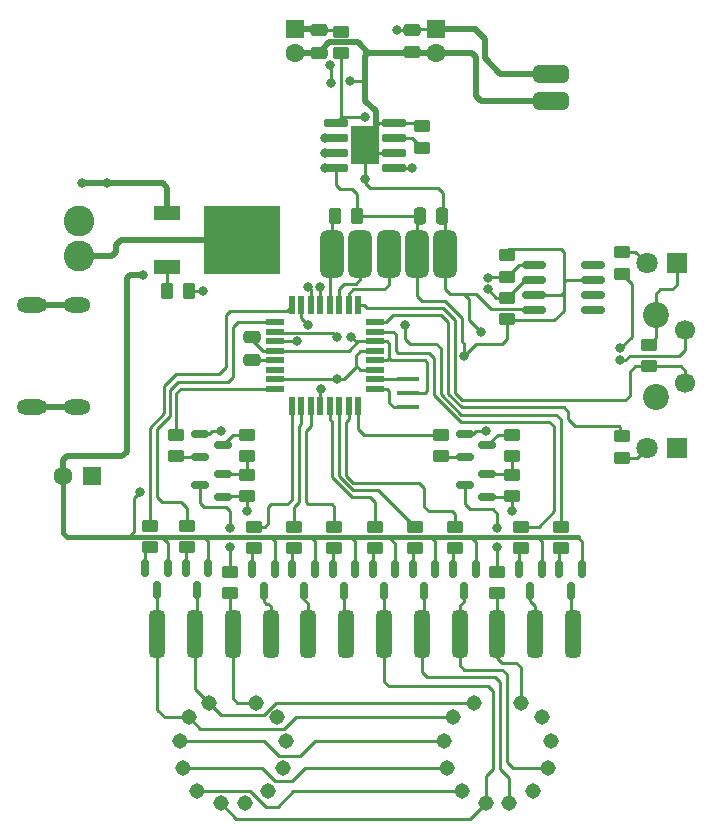
<source format=gbr>
G04 #@! TF.GenerationSoftware,KiCad,Pcbnew,6.0.8-f2edbf62ab~116~ubuntu20.04.1*
G04 #@! TF.CreationDate,2022-10-17T13:25:48+07:00*
G04 #@! TF.ProjectId,IN-8,494e2d38-2e6b-4696-9361-645f70636258,rev?*
G04 #@! TF.SameCoordinates,Original*
G04 #@! TF.FileFunction,Copper,L2,Bot*
G04 #@! TF.FilePolarity,Positive*
%FSLAX46Y46*%
G04 Gerber Fmt 4.6, Leading zero omitted, Abs format (unit mm)*
G04 Created by KiCad (PCBNEW 6.0.8-f2edbf62ab~116~ubuntu20.04.1) date 2022-10-17 13:25:48*
%MOMM*%
%LPD*%
G01*
G04 APERTURE LIST*
G04 Aperture macros list*
%AMRoundRect*
0 Rectangle with rounded corners*
0 $1 Rounding radius*
0 $2 $3 $4 $5 $6 $7 $8 $9 X,Y pos of 4 corners*
0 Add a 4 corners polygon primitive as box body*
4,1,4,$2,$3,$4,$5,$6,$7,$8,$9,$2,$3,0*
0 Add four circle primitives for the rounded corners*
1,1,$1+$1,$2,$3*
1,1,$1+$1,$4,$5*
1,1,$1+$1,$6,$7*
1,1,$1+$1,$8,$9*
0 Add four rect primitives between the rounded corners*
20,1,$1+$1,$2,$3,$4,$5,0*
20,1,$1+$1,$4,$5,$6,$7,0*
20,1,$1+$1,$6,$7,$8,$9,0*
20,1,$1+$1,$8,$9,$2,$3,0*%
G04 Aperture macros list end*
G04 #@! TA.AperFunction,ComponentPad*
%ADD10RoundRect,0.325000X-0.325000X-1.675000X0.325000X-1.675000X0.325000X1.675000X-0.325000X1.675000X0*%
G04 #@! TD*
G04 #@! TA.AperFunction,ComponentPad*
%ADD11R,1.600000X1.600000*%
G04 #@! TD*
G04 #@! TA.AperFunction,ComponentPad*
%ADD12C,1.600000*%
G04 #@! TD*
G04 #@! TA.AperFunction,ComponentPad*
%ADD13R,1.800000X1.800000*%
G04 #@! TD*
G04 #@! TA.AperFunction,ComponentPad*
%ADD14C,1.800000*%
G04 #@! TD*
G04 #@! TA.AperFunction,ComponentPad*
%ADD15O,2.300000X1.300000*%
G04 #@! TD*
G04 #@! TA.AperFunction,ComponentPad*
%ADD16O,2.600000X1.300000*%
G04 #@! TD*
G04 #@! TA.AperFunction,ComponentPad*
%ADD17C,1.308000*%
G04 #@! TD*
G04 #@! TA.AperFunction,ComponentPad*
%ADD18C,2.600000*%
G04 #@! TD*
G04 #@! TA.AperFunction,ComponentPad*
%ADD19C,2.200000*%
G04 #@! TD*
G04 #@! TA.AperFunction,ComponentPad*
%ADD20C,1.700000*%
G04 #@! TD*
G04 #@! TA.AperFunction,ComponentPad*
%ADD21RoundRect,0.375000X-1.125000X0.375000X-1.125000X-0.375000X1.125000X-0.375000X1.125000X0.375000X0*%
G04 #@! TD*
G04 #@! TA.AperFunction,SMDPad,CuDef*
%ADD22RoundRect,0.250000X-0.450000X0.262500X-0.450000X-0.262500X0.450000X-0.262500X0.450000X0.262500X0*%
G04 #@! TD*
G04 #@! TA.AperFunction,SMDPad,CuDef*
%ADD23RoundRect,0.250000X0.450000X-0.262500X0.450000X0.262500X-0.450000X0.262500X-0.450000X-0.262500X0*%
G04 #@! TD*
G04 #@! TA.AperFunction,SMDPad,CuDef*
%ADD24RoundRect,0.500000X0.500000X1.500000X-0.500000X1.500000X-0.500000X-1.500000X0.500000X-1.500000X0*%
G04 #@! TD*
G04 #@! TA.AperFunction,SMDPad,CuDef*
%ADD25RoundRect,0.150000X-0.150000X0.587500X-0.150000X-0.587500X0.150000X-0.587500X0.150000X0.587500X0*%
G04 #@! TD*
G04 #@! TA.AperFunction,SMDPad,CuDef*
%ADD26RoundRect,0.150000X0.587500X0.150000X-0.587500X0.150000X-0.587500X-0.150000X0.587500X-0.150000X0*%
G04 #@! TD*
G04 #@! TA.AperFunction,SMDPad,CuDef*
%ADD27RoundRect,0.250000X0.262500X0.450000X-0.262500X0.450000X-0.262500X-0.450000X0.262500X-0.450000X0*%
G04 #@! TD*
G04 #@! TA.AperFunction,SMDPad,CuDef*
%ADD28RoundRect,0.150000X-0.587500X-0.150000X0.587500X-0.150000X0.587500X0.150000X-0.587500X0.150000X0*%
G04 #@! TD*
G04 #@! TA.AperFunction,SMDPad,CuDef*
%ADD29RoundRect,0.250000X-0.475000X0.250000X-0.475000X-0.250000X0.475000X-0.250000X0.475000X0.250000X0*%
G04 #@! TD*
G04 #@! TA.AperFunction,SMDPad,CuDef*
%ADD30RoundRect,0.250000X-0.250000X-0.475000X0.250000X-0.475000X0.250000X0.475000X-0.250000X0.475000X0*%
G04 #@! TD*
G04 #@! TA.AperFunction,SMDPad,CuDef*
%ADD31RoundRect,0.150000X0.825000X0.150000X-0.825000X0.150000X-0.825000X-0.150000X0.825000X-0.150000X0*%
G04 #@! TD*
G04 #@! TA.AperFunction,SMDPad,CuDef*
%ADD32R,2.200000X1.200000*%
G04 #@! TD*
G04 #@! TA.AperFunction,SMDPad,CuDef*
%ADD33R,6.400000X5.800000*%
G04 #@! TD*
G04 #@! TA.AperFunction,SMDPad,CuDef*
%ADD34R,1.600000X0.550000*%
G04 #@! TD*
G04 #@! TA.AperFunction,SMDPad,CuDef*
%ADD35R,0.550000X1.600000*%
G04 #@! TD*
G04 #@! TA.AperFunction,SMDPad,CuDef*
%ADD36RoundRect,0.042000X0.943000X0.258000X-0.943000X0.258000X-0.943000X-0.258000X0.943000X-0.258000X0*%
G04 #@! TD*
G04 #@! TA.AperFunction,SMDPad,CuDef*
%ADD37R,2.413000X3.302000*%
G04 #@! TD*
G04 #@! TA.AperFunction,SMDPad,CuDef*
%ADD38R,1.900000X0.400000*%
G04 #@! TD*
G04 #@! TA.AperFunction,ViaPad*
%ADD39C,0.800000*%
G04 #@! TD*
G04 #@! TA.AperFunction,Conductor*
%ADD40C,0.250000*%
G04 #@! TD*
G04 #@! TA.AperFunction,Conductor*
%ADD41C,0.500000*%
G04 #@! TD*
G04 #@! TA.AperFunction,Conductor*
%ADD42C,0.400000*%
G04 #@! TD*
G04 APERTURE END LIST*
D10*
X171060500Y-70480500D03*
D11*
X153917250Y-19273388D03*
D12*
X153917250Y-21273388D03*
D10*
X148660500Y-70480500D03*
X155060500Y-70480500D03*
X151860500Y-70480500D03*
D13*
X186260500Y-54680500D03*
D14*
X183720500Y-54680500D03*
D10*
X158260500Y-70480500D03*
X164660500Y-70480500D03*
X142260500Y-70480500D03*
X145460500Y-70480500D03*
X161460500Y-70480500D03*
D15*
X135511250Y-42560500D03*
D16*
X131686250Y-51200500D03*
X131686250Y-42560500D03*
D15*
X135511250Y-51200500D03*
D11*
X165855250Y-19273388D03*
D12*
X165855250Y-21273388D03*
D11*
X136772250Y-57058500D03*
D12*
X134272250Y-57058500D03*
D17*
X174060500Y-83777764D03*
X174810500Y-77527764D03*
X169060500Y-76277764D03*
X167310500Y-77527764D03*
X166560500Y-79527764D03*
X166810500Y-81777764D03*
X168060500Y-83777764D03*
X170060500Y-84777764D03*
X172060500Y-84777764D03*
X175310500Y-81777764D03*
X175560500Y-79527764D03*
X173060500Y-76277764D03*
D10*
X174260500Y-70480500D03*
D18*
X135629250Y-35468500D03*
X135629250Y-38468500D03*
D19*
X184460500Y-50430500D03*
X184460500Y-43430500D03*
D20*
X186960500Y-44680500D03*
X186960500Y-49180500D03*
D13*
X186260500Y-39080500D03*
D14*
X183720500Y-39080500D03*
D21*
X175634250Y-23022500D03*
D17*
X151660500Y-83777764D03*
X152410500Y-77527764D03*
X146660500Y-76277764D03*
X144910500Y-77527764D03*
X144160500Y-79527764D03*
X144410500Y-81777764D03*
X145660500Y-83777764D03*
X147660500Y-84777764D03*
X149660500Y-84777764D03*
X152910500Y-81777764D03*
X153160500Y-79527764D03*
X150660500Y-76277764D03*
D21*
X175634250Y-25308500D03*
D10*
X177460500Y-70480500D03*
X167860500Y-70480500D03*
D22*
X172260500Y-53568000D03*
X172260500Y-55393000D03*
D23*
X171060500Y-66993000D03*
X171060500Y-65168000D03*
D24*
X164260500Y-38280500D03*
D22*
X181603250Y-38112000D03*
X181603250Y-39937000D03*
X157260500Y-61368000D03*
X157260500Y-63193000D03*
D24*
X159460500Y-38280500D03*
D22*
X173060500Y-61368000D03*
X173060500Y-63193000D03*
D25*
X153710500Y-64943000D03*
X155610500Y-64943000D03*
X154660500Y-66818000D03*
D26*
X170198000Y-56930500D03*
X170198000Y-58830500D03*
X168323000Y-57880500D03*
D25*
X157110500Y-64943000D03*
X159010500Y-64943000D03*
X158060500Y-66818000D03*
D22*
X167460500Y-61368000D03*
X167460500Y-63193000D03*
D26*
X147798000Y-56930500D03*
X147798000Y-58830500D03*
X145923000Y-57880500D03*
D25*
X141260500Y-64880500D03*
X143160500Y-64880500D03*
X142210500Y-66755500D03*
D27*
X159173000Y-35080500D03*
X157348000Y-35080500D03*
D28*
X168323000Y-55430500D03*
X168323000Y-53530500D03*
X170198000Y-54480500D03*
D22*
X164060500Y-61368000D03*
X164060500Y-63193000D03*
D25*
X167310500Y-64943000D03*
X169210500Y-64943000D03*
X168260500Y-66818000D03*
X176310500Y-64943000D03*
X178210500Y-64943000D03*
X177260500Y-66818000D03*
D22*
X144810500Y-61305500D03*
X144810500Y-63130500D03*
D23*
X181603250Y-55558000D03*
X181603250Y-53733000D03*
D25*
X172910500Y-64943000D03*
X174810500Y-64943000D03*
X173860500Y-66818000D03*
D22*
X143860500Y-53568000D03*
X143860500Y-55393000D03*
D25*
X160510500Y-64943000D03*
X162410500Y-64943000D03*
X161460500Y-66818000D03*
D27*
X144923750Y-41437500D03*
X143098750Y-41437500D03*
D23*
X157854250Y-21291500D03*
X157854250Y-19466500D03*
D24*
X166660500Y-38280500D03*
D22*
X149860500Y-53568000D03*
X149860500Y-55393000D03*
D29*
X150260500Y-45330500D03*
X150260500Y-47230500D03*
D23*
X171860500Y-40193000D03*
X171860500Y-38368000D03*
D30*
X164510500Y-35080500D03*
X166410500Y-35080500D03*
D22*
X171860500Y-41968000D03*
X171860500Y-43793000D03*
D25*
X163910500Y-64943000D03*
X165810500Y-64943000D03*
X164860500Y-66818000D03*
D22*
X176460500Y-61368000D03*
X176460500Y-63193000D03*
D31*
X179135500Y-39175500D03*
X179135500Y-40445500D03*
X179135500Y-41715500D03*
X179135500Y-42985500D03*
X174185500Y-42985500D03*
X174185500Y-41715500D03*
X174185500Y-40445500D03*
X174185500Y-39175500D03*
D22*
X183860500Y-45968000D03*
X183860500Y-47793000D03*
X172260500Y-56968000D03*
X172260500Y-58793000D03*
D32*
X143113250Y-39399500D03*
D33*
X149413250Y-37119500D03*
D32*
X143113250Y-34839500D03*
D22*
X153860500Y-61368000D03*
X153860500Y-63193000D03*
D23*
X148460500Y-66993000D03*
X148460500Y-65168000D03*
D28*
X145923000Y-55430500D03*
X145923000Y-53530500D03*
X147798000Y-54480500D03*
D34*
X160712000Y-44080500D03*
X160712000Y-44880500D03*
X160712000Y-45680500D03*
X160712000Y-46480500D03*
X160712000Y-47280500D03*
X160712000Y-48080500D03*
X160712000Y-48880500D03*
X160712000Y-49680500D03*
D35*
X159262000Y-51130500D03*
X158462000Y-51130500D03*
X157662000Y-51130500D03*
X156862000Y-51130500D03*
X156062000Y-51130500D03*
X155262000Y-51130500D03*
X154462000Y-51130500D03*
X153662000Y-51130500D03*
D34*
X152212000Y-49680500D03*
X152212000Y-48880500D03*
X152212000Y-48080500D03*
X152212000Y-47280500D03*
X152212000Y-46480500D03*
X152212000Y-45680500D03*
X152212000Y-44880500D03*
X152212000Y-44080500D03*
D35*
X153662000Y-42630500D03*
X154462000Y-42630500D03*
X155262000Y-42630500D03*
X156062000Y-42630500D03*
X156862000Y-42630500D03*
X157662000Y-42630500D03*
X158462000Y-42630500D03*
X159262000Y-42630500D03*
D24*
X157060500Y-38280500D03*
D36*
X162335500Y-27175500D03*
X162335500Y-28445500D03*
X162335500Y-29715500D03*
X162335500Y-30985500D03*
X157385500Y-30985500D03*
X157385500Y-29715500D03*
X157385500Y-28445500D03*
X157385500Y-27175500D03*
D37*
X159860500Y-29080500D03*
D38*
X163495452Y-51280500D03*
X163495452Y-50080500D03*
X163495452Y-48880500D03*
D22*
X150460500Y-61368000D03*
X150460500Y-63193000D03*
X149860500Y-56968000D03*
X149860500Y-58793000D03*
D29*
X163823250Y-19278500D03*
X163823250Y-21178500D03*
D22*
X160660500Y-61368000D03*
X160660500Y-63193000D03*
X166260500Y-53568000D03*
X166260500Y-55393000D03*
X164660500Y-27480500D03*
X164660500Y-29305500D03*
D25*
X150310500Y-64943000D03*
X152210500Y-64943000D03*
X151260500Y-66818000D03*
D29*
X155949250Y-19344500D03*
X155949250Y-21244500D03*
D22*
X141610500Y-61305500D03*
X141610500Y-63130500D03*
D25*
X144660500Y-64880500D03*
X146560500Y-64880500D03*
X145610500Y-66755500D03*
D24*
X161860500Y-38280500D03*
D39*
X146170250Y-41437500D03*
X156088424Y-49717627D03*
X154060500Y-45680500D03*
X163860500Y-30980500D03*
X159835255Y-26681146D03*
X140836250Y-58455500D03*
X147660500Y-53280500D03*
X158660500Y-45280500D03*
X141090250Y-40040500D03*
X158578750Y-23657500D03*
X169660500Y-44880500D03*
X159886250Y-31912500D03*
X170060500Y-53280500D03*
X135883250Y-32293500D03*
X138042250Y-32293500D03*
X155060500Y-44280500D03*
X163260500Y-44280500D03*
X181460500Y-47280500D03*
X157460500Y-48880500D03*
X156918760Y-22251101D03*
X168260500Y-46880500D03*
X156457250Y-31023500D03*
X156965250Y-23781000D03*
X162553250Y-19339500D03*
X149860500Y-60080500D03*
X172260500Y-60080500D03*
X148460500Y-63080500D03*
X148460500Y-61480500D03*
X171060500Y-61480500D03*
X171060500Y-63080500D03*
X170260500Y-40280500D03*
X156060500Y-41080500D03*
X155060500Y-41080500D03*
X170260500Y-41280500D03*
X156457250Y-29753500D03*
X156457250Y-28483500D03*
X181460500Y-46280500D03*
X157460500Y-45280500D03*
D40*
X173860500Y-70080500D02*
X174260500Y-70480500D01*
X174260500Y-68080500D02*
X174260500Y-70480500D01*
X173860500Y-66818000D02*
X173860500Y-67680500D01*
X173860500Y-67680500D02*
X174260500Y-68080500D01*
X151273248Y-77280500D02*
X152275984Y-76277764D01*
X147663236Y-77280500D02*
X151273248Y-77280500D01*
X146660500Y-76277764D02*
X147663236Y-77280500D01*
X146660500Y-76277764D02*
X145460500Y-75077764D01*
X152275984Y-76277764D02*
X169060500Y-76277764D01*
X145610500Y-70330500D02*
X145460500Y-70480500D01*
X145460500Y-75077764D02*
X145460500Y-70480500D01*
X145610500Y-66755500D02*
X145610500Y-70330500D01*
X145660500Y-70280500D02*
X145460500Y-70480500D01*
X142907764Y-77527764D02*
X142260500Y-76880500D01*
X154013236Y-77527764D02*
X153034236Y-78506764D01*
X142260500Y-76880500D02*
X142260500Y-70480500D01*
X144910500Y-77527764D02*
X142907764Y-77527764D01*
X144910500Y-77527764D02*
X145889500Y-78506764D01*
X167310500Y-77527764D02*
X154013236Y-77527764D01*
X145889500Y-78506764D02*
X153034236Y-78506764D01*
X142210500Y-70430500D02*
X142260500Y-70480500D01*
X142210500Y-66755500D02*
X142210500Y-70430500D01*
X151307764Y-79527764D02*
X152578764Y-80798764D01*
X151260500Y-66818000D02*
X151260500Y-67680500D01*
X151660500Y-67880500D02*
X151860500Y-68080500D01*
X152578764Y-80798764D02*
X154342236Y-80798764D01*
X151860500Y-68080500D02*
X151860500Y-70480500D01*
X166560500Y-79527764D02*
X155613236Y-79527764D01*
X155613236Y-79527764D02*
X154342236Y-80798764D01*
X151460500Y-67880500D02*
X151660500Y-67880500D01*
X144160500Y-79527764D02*
X151307764Y-79527764D01*
X151260500Y-67680500D02*
X151460500Y-67880500D01*
X154660500Y-67480500D02*
X155060500Y-67880500D01*
X144410500Y-81777764D02*
X151157764Y-81777764D01*
X154660500Y-66818000D02*
X154660500Y-67480500D01*
X152260500Y-82880500D02*
X153660500Y-82880500D01*
X154763236Y-81777764D02*
X153660500Y-82880500D01*
X166810500Y-81777764D02*
X154763236Y-81777764D01*
X151157764Y-81777764D02*
X152260500Y-82880500D01*
X155060500Y-67880500D02*
X155060500Y-70480500D01*
X154660500Y-70080500D02*
X155060500Y-70480500D01*
X158060500Y-66818000D02*
X158060500Y-70280500D01*
X145660500Y-83777764D02*
X150157764Y-83777764D01*
X150157764Y-83777764D02*
X151460500Y-85080500D01*
X153763236Y-83777764D02*
X152460500Y-85080500D01*
X158060500Y-70280500D02*
X158260500Y-70480500D01*
X168060500Y-83777764D02*
X153763236Y-83777764D01*
X151460500Y-85080500D02*
X152460500Y-85080500D01*
X161460500Y-66818000D02*
X161460500Y-70480500D01*
X170660500Y-75280500D02*
X170260500Y-74880500D01*
X161460500Y-74480500D02*
X161460500Y-70480500D01*
X148963236Y-86080500D02*
X168757764Y-86080500D01*
X168757764Y-86080500D02*
X170060500Y-84777764D01*
X170660500Y-81880500D02*
X170660500Y-75280500D01*
X170060500Y-82480500D02*
X170660500Y-81880500D01*
X170060500Y-84777764D02*
X170060500Y-82480500D01*
X161860500Y-74880500D02*
X161460500Y-74480500D01*
X147660500Y-84777764D02*
X148963236Y-86080500D01*
X170260500Y-74880500D02*
X161860500Y-74880500D01*
X172060500Y-84777764D02*
X172060500Y-82680500D01*
X164860500Y-70280500D02*
X164660500Y-70480500D01*
X165060500Y-74080500D02*
X164660500Y-73680500D01*
X164660500Y-73680500D02*
X164660500Y-70480500D01*
X171260500Y-81880500D02*
X171260500Y-74480500D01*
X171260500Y-74480500D02*
X170860500Y-74080500D01*
X172060500Y-82680500D02*
X171260500Y-81880500D01*
X164860500Y-66818000D02*
X164860500Y-70280500D01*
X170860500Y-74080500D02*
X165060500Y-74080500D01*
X172357764Y-81777764D02*
X171860500Y-81280500D01*
X168260500Y-73480500D02*
X167860500Y-73080500D01*
X168260500Y-66818000D02*
X168260500Y-67680500D01*
X171460500Y-73480500D02*
X168260500Y-73480500D01*
X171860500Y-81280500D02*
X171860500Y-73880500D01*
X167860500Y-73080500D02*
X167860500Y-70480500D01*
X167860500Y-68080500D02*
X167860500Y-70480500D01*
X171860500Y-73880500D02*
X171460500Y-73480500D01*
X175310500Y-81777764D02*
X172357764Y-81777764D01*
X168260500Y-67680500D02*
X167860500Y-68080500D01*
X177260500Y-70280500D02*
X177460500Y-70480500D01*
X177260500Y-66818000D02*
X177260500Y-70280500D01*
X148460500Y-70280500D02*
X148660500Y-70480500D01*
X149057764Y-76277764D02*
X148660500Y-75880500D01*
X150660500Y-76277764D02*
X149057764Y-76277764D01*
X148660500Y-75880500D02*
X148660500Y-70480500D01*
X148460500Y-66993000D02*
X148460500Y-70280500D01*
X172660500Y-72880500D02*
X173060500Y-73280500D01*
X171260500Y-70280500D02*
X171060500Y-70480500D01*
X171060500Y-72480500D02*
X171460500Y-72880500D01*
X173060500Y-73280500D02*
X173060500Y-76277764D01*
X171060500Y-70480500D02*
X171060500Y-72480500D01*
X171460500Y-72880500D02*
X172660500Y-72880500D01*
X171060500Y-66993000D02*
X171060500Y-70480500D01*
X152212000Y-47280500D02*
X150110500Y-47280500D01*
X150110500Y-47280500D02*
X150060500Y-47230500D01*
X155949250Y-19344500D02*
X157732250Y-19344500D01*
D41*
X153917250Y-19273388D02*
X155878138Y-19273388D01*
D40*
X155878138Y-19273388D02*
X155949250Y-19344500D01*
X157732250Y-19344500D02*
X157854250Y-19466500D01*
X181603250Y-55558000D02*
X182843000Y-55558000D01*
X182843000Y-55558000D02*
X183720500Y-54680500D01*
X181603250Y-38112000D02*
X182752000Y-38112000D01*
X182752000Y-38112000D02*
X183720500Y-39080500D01*
D41*
X135629250Y-38468500D02*
X138423250Y-38468500D01*
X138804250Y-37500500D02*
X139185250Y-37119500D01*
X138804250Y-38087500D02*
X138804250Y-37500500D01*
X139185250Y-37119500D02*
X149413250Y-37119500D01*
X138423250Y-38468500D02*
X138804250Y-38087500D01*
D40*
X143098750Y-39414000D02*
X143113250Y-39399500D01*
X143098750Y-41437500D02*
X143098750Y-39414000D01*
X144923750Y-41437500D02*
X146170250Y-41437500D01*
X156062000Y-49744051D02*
X156088424Y-49717627D01*
X156062000Y-51130500D02*
X156062000Y-49744051D01*
X152212000Y-45680500D02*
X154060500Y-45680500D01*
X163800500Y-28445500D02*
X164660500Y-29305500D01*
X162335500Y-28445500D02*
X163800500Y-28445500D01*
X156862000Y-42630500D02*
X156862000Y-38479000D01*
X156862000Y-38479000D02*
X157060500Y-38280500D01*
X157060500Y-38280500D02*
X157060500Y-35368000D01*
X157060500Y-35368000D02*
X157348000Y-35080500D01*
X157879854Y-26681146D02*
X157385500Y-27175500D01*
X157854250Y-21291500D02*
X157854250Y-26655542D01*
X159835255Y-26681146D02*
X157879854Y-26681146D01*
X157385500Y-27175500D02*
X158265500Y-27175500D01*
X162340500Y-30980500D02*
X162335500Y-30985500D01*
X157854250Y-26655542D02*
X157879854Y-26681146D01*
X163860500Y-30980500D02*
X162340500Y-30980500D01*
X156749250Y-27175500D02*
X157385500Y-27175500D01*
X144660500Y-63280500D02*
X144810500Y-63130500D01*
X144660500Y-64880500D02*
X144660500Y-63280500D01*
X160260500Y-32680500D02*
X166060500Y-32680500D01*
X155610500Y-62630500D02*
X155260500Y-62280500D01*
X162410500Y-62830500D02*
X161860500Y-62280500D01*
X159886250Y-23276500D02*
X159886250Y-23403500D01*
X143160500Y-62780500D02*
X142660500Y-62280500D01*
D41*
X139312250Y-55407500D02*
X139693250Y-55026500D01*
D40*
X174185500Y-42985500D02*
X174155500Y-42955500D01*
X174810500Y-64943000D02*
X174810500Y-62630500D01*
D41*
X134272250Y-55748500D02*
X134613250Y-55407500D01*
X160775250Y-26197500D02*
X160775250Y-27467500D01*
D40*
X168260500Y-41680500D02*
X169260500Y-41680500D01*
X159010500Y-64943000D02*
X159010500Y-62630500D01*
X163823250Y-21178500D02*
X163757250Y-21244500D01*
D41*
X131686250Y-42560500D02*
X135511250Y-42560500D01*
D40*
X163495452Y-50080500D02*
X164895452Y-50080500D01*
X163918138Y-21273388D02*
X163823250Y-21178500D01*
X159262000Y-45680500D02*
X160712000Y-45680500D01*
X159632250Y-23657500D02*
X159886250Y-23403500D01*
D42*
X134272250Y-61924500D02*
X134587850Y-62240100D01*
D40*
X155920362Y-21273388D02*
X155949250Y-21244500D01*
X161695452Y-45680500D02*
X161895452Y-45880500D01*
D41*
X153917250Y-21273388D02*
X155920362Y-21273388D01*
D40*
X178210500Y-62630500D02*
X178210500Y-64943000D01*
X177860500Y-62280500D02*
X178210500Y-62630500D01*
D41*
X156838250Y-20355500D02*
X159251250Y-20355500D01*
D40*
X161895452Y-45880500D02*
X161895452Y-47080500D01*
X152210500Y-64943000D02*
X152210500Y-62630500D01*
X160712000Y-45680500D02*
X161695452Y-45680500D01*
X164895452Y-50080500D02*
X165095452Y-49880500D01*
D41*
X139947250Y-40040500D02*
X141090250Y-40040500D01*
D40*
X159860500Y-27680500D02*
X159860500Y-29080500D01*
X161695452Y-47280500D02*
X161895452Y-47080500D01*
X168323000Y-53530500D02*
X169010500Y-53530500D01*
D41*
X169284250Y-21625500D02*
X168932138Y-21273388D01*
D40*
X160712000Y-47280500D02*
X161695452Y-47280500D01*
X159886250Y-31912500D02*
X159860500Y-31938250D01*
D41*
X159251250Y-20355500D02*
X160140250Y-21244500D01*
D40*
X169210500Y-62630500D02*
X168860500Y-62280500D01*
D41*
X160775250Y-27467500D02*
X160775250Y-28165750D01*
D40*
X152330500Y-46482000D02*
X158460500Y-46482000D01*
X160695500Y-29715500D02*
X160660500Y-29680500D01*
X155610500Y-64943000D02*
X155610500Y-62630500D01*
X186260500Y-39080500D02*
X186260500Y-40880500D01*
X166460500Y-35030500D02*
X166410500Y-35080500D01*
X146560500Y-62580500D02*
X146260500Y-62280500D01*
D41*
X163757250Y-21244500D02*
X160140250Y-21244500D01*
D40*
X166060500Y-32680500D02*
X166460500Y-33080500D01*
D41*
X168932138Y-21273388D02*
X165855250Y-21273388D01*
D40*
X165810500Y-62630500D02*
X165460500Y-62280500D01*
D41*
X134613250Y-55407500D02*
X139312250Y-55407500D01*
X135883250Y-32293500D02*
X142741250Y-32293500D01*
D40*
X166660500Y-38280500D02*
X166660500Y-35330500D01*
X185860500Y-41280500D02*
X184860500Y-41280500D01*
D41*
X159886250Y-23403500D02*
X159886250Y-25308500D01*
D40*
X165810500Y-64943000D02*
X165810500Y-62630500D01*
X159860500Y-32280500D02*
X160260500Y-32680500D01*
D41*
X139693250Y-40294500D02*
X139947250Y-40040500D01*
D42*
X134272250Y-57058500D02*
X134272250Y-61924500D01*
D41*
X165855250Y-21273388D02*
X163918138Y-21273388D01*
D42*
X139845650Y-62240100D02*
X177874250Y-62240100D01*
D40*
X162096952Y-47282000D02*
X161895452Y-47080500D01*
X184860500Y-41280500D02*
X184460500Y-41680500D01*
X166660500Y-38280500D02*
X166660500Y-41280500D01*
X162335500Y-29715500D02*
X160695500Y-29715500D01*
X159060500Y-45680500D02*
X158660500Y-45280500D01*
X168260500Y-41680500D02*
X168660500Y-42080500D01*
X165095452Y-47483500D02*
X164893952Y-47282000D01*
X159860500Y-31886750D02*
X159860500Y-29080500D01*
X174155500Y-42955500D02*
X170535500Y-42955500D01*
X168660500Y-43880500D02*
X169660500Y-44880500D01*
X166660500Y-35330500D02*
X166410500Y-35080500D01*
X151210500Y-46480500D02*
X150060500Y-45330500D01*
X152212000Y-46480500D02*
X151210500Y-46480500D01*
X152210500Y-62630500D02*
X151860500Y-62280500D01*
X169660500Y-42080500D02*
X169260500Y-41680500D01*
X164893952Y-47282000D02*
X162096952Y-47282000D01*
X145923000Y-53530500D02*
X146610500Y-53530500D01*
X146560500Y-64880500D02*
X146560500Y-62580500D01*
X169210500Y-64943000D02*
X169210500Y-62630500D01*
X159886250Y-31912500D02*
X159860500Y-31886750D01*
D41*
X159886250Y-21498500D02*
X159886250Y-23276500D01*
D40*
X183860500Y-45968000D02*
X184460500Y-45368000D01*
X146610500Y-53530500D02*
X146860500Y-53280500D01*
D42*
X134587850Y-62240100D02*
X139845650Y-62240100D01*
D40*
X162335500Y-27175500D02*
X161067250Y-27175500D01*
D41*
X160140250Y-21244500D02*
X159886250Y-21498500D01*
X159886250Y-25308500D02*
X160775250Y-26197500D01*
D40*
X162335500Y-27175500D02*
X164453000Y-27175500D01*
X161067250Y-27175500D02*
X160775250Y-27467500D01*
X166660500Y-41280500D02*
X167060500Y-41680500D01*
X143160500Y-64880500D02*
X143160500Y-62780500D01*
X169010500Y-53530500D02*
X169260500Y-53280500D01*
D41*
X160775250Y-28165750D02*
X159860500Y-29080500D01*
X155949250Y-21244500D02*
X156838250Y-20355500D01*
D40*
X184460500Y-45368000D02*
X184460500Y-43430500D01*
X162410500Y-64943000D02*
X162410500Y-62830500D01*
X146860500Y-53280500D02*
X147660500Y-53280500D01*
X164895452Y-47280500D02*
X164893952Y-47282000D01*
X140328250Y-61757500D02*
X139845650Y-62240100D01*
X158460500Y-46482000D02*
X159262000Y-45680500D01*
X168660500Y-42080500D02*
X168660500Y-43880500D01*
X166210500Y-37830500D02*
X166660500Y-38280500D01*
D41*
X139693250Y-55026500D02*
X139693250Y-40294500D01*
D40*
X186260500Y-40880500D02*
X185860500Y-41280500D01*
X165095452Y-49880500D02*
X165095452Y-47483500D01*
D41*
X143113250Y-32683500D02*
X143113250Y-34839500D01*
D40*
X140836250Y-58455500D02*
X140328250Y-58963500D01*
X159860500Y-31938250D02*
X159860500Y-32280500D01*
D41*
X169284250Y-24927500D02*
X169284250Y-21625500D01*
D40*
X167060500Y-41680500D02*
X168260500Y-41680500D01*
X170535500Y-42955500D02*
X169660500Y-42080500D01*
X158578750Y-23657500D02*
X159632250Y-23657500D01*
X174810500Y-62630500D02*
X174460500Y-62280500D01*
X167210500Y-38830500D02*
X166660500Y-38280500D01*
X159262000Y-45680500D02*
X159060500Y-45680500D01*
D41*
X175634250Y-25308500D02*
X169665250Y-25308500D01*
D40*
X140328250Y-58963500D02*
X140328250Y-61757500D01*
D41*
X143122250Y-32674500D02*
X143113250Y-32683500D01*
D40*
X184460500Y-41680500D02*
X184460500Y-43430500D01*
D41*
X169665250Y-25308500D02*
X169284250Y-24927500D01*
D40*
X159010500Y-62630500D02*
X158660500Y-62280500D01*
X169260500Y-53280500D02*
X170060500Y-53280500D01*
D41*
X142741250Y-32293500D02*
X143122250Y-32674500D01*
X134272250Y-57058500D02*
X134272250Y-55748500D01*
X131686250Y-51200500D02*
X135511250Y-51200500D01*
D40*
X166460500Y-33080500D02*
X166460500Y-35030500D01*
X141260500Y-63480500D02*
X141610500Y-63130500D01*
X141260500Y-64880500D02*
X141260500Y-63480500D01*
X150310500Y-63343000D02*
X150460500Y-63193000D01*
X150310500Y-64943000D02*
X150310500Y-63343000D01*
X153710500Y-63343000D02*
X153860500Y-63193000D01*
X153710500Y-64943000D02*
X153710500Y-63343000D01*
X157110500Y-63343000D02*
X157260500Y-63193000D01*
X157110500Y-64943000D02*
X157110500Y-63343000D01*
X160510500Y-63343000D02*
X160660500Y-63193000D01*
X160510500Y-64943000D02*
X160510500Y-63343000D01*
X163910500Y-63343000D02*
X164060500Y-63193000D01*
X163910500Y-64943000D02*
X163910500Y-63343000D01*
X167310500Y-64943000D02*
X167310500Y-63343000D01*
X167310500Y-63343000D02*
X167460500Y-63193000D01*
X176310500Y-64943000D02*
X176310500Y-63343000D01*
X176310500Y-63343000D02*
X176460500Y-63193000D01*
X172910500Y-64943000D02*
X172910500Y-63343000D01*
X172910500Y-63343000D02*
X173060500Y-63193000D01*
X144060500Y-49080500D02*
X143376250Y-49764750D01*
X144810500Y-59830500D02*
X144810500Y-61305500D01*
X148660500Y-44480500D02*
X148660500Y-48680500D01*
X143376250Y-49764750D02*
X143376250Y-51964750D01*
X152212000Y-44080500D02*
X149060500Y-44080500D01*
X142260500Y-58880500D02*
X142660500Y-59280500D01*
X143376250Y-51964750D02*
X142260500Y-53080500D01*
X142660500Y-59280500D02*
X144260500Y-59280500D01*
X148660500Y-48680500D02*
X148260500Y-49080500D01*
X148260500Y-49080500D02*
X144060500Y-49080500D01*
X149060500Y-44080500D02*
X148660500Y-44480500D01*
X144260500Y-59280500D02*
X144810500Y-59830500D01*
X142260500Y-53080500D02*
X142260500Y-58880500D01*
X141610500Y-52983375D02*
X142868250Y-51725625D01*
X143860500Y-48480500D02*
X147460500Y-48480500D01*
X141610500Y-61305500D02*
X141610500Y-52983375D01*
X148060500Y-47880500D02*
X148060500Y-43480500D01*
X147460500Y-48480500D02*
X148060500Y-47880500D01*
X142868250Y-51725625D02*
X142868250Y-49472750D01*
X142868250Y-49472750D02*
X143860500Y-48480500D01*
X148060500Y-43480500D02*
X148460500Y-43080500D01*
X148460500Y-43080500D02*
X153212000Y-43080500D01*
X153212000Y-43080500D02*
X153662000Y-42630500D01*
X153660500Y-59080500D02*
X153660500Y-52255500D01*
X151860500Y-59480500D02*
X153260500Y-59480500D01*
X151373000Y-61368000D02*
X151660500Y-61080500D01*
X153662000Y-52254000D02*
X153662000Y-51130500D01*
X151660500Y-61080500D02*
X151660500Y-59680500D01*
X151660500Y-59680500D02*
X151860500Y-59480500D01*
X153260500Y-59480500D02*
X153660500Y-59080500D01*
X150460500Y-61368000D02*
X151373000Y-61368000D01*
X153660500Y-52255500D02*
X153662000Y-52254000D01*
X154260500Y-52880500D02*
X154260500Y-59280500D01*
X154462000Y-52229000D02*
X154460500Y-52230500D01*
X153860500Y-59680500D02*
X153860500Y-61368000D01*
X154460500Y-52280500D02*
X154460500Y-52680500D01*
X154260500Y-59280500D02*
X153860500Y-59680500D01*
X154462000Y-51130500D02*
X154462000Y-52229000D01*
X154460500Y-52680500D02*
X154260500Y-52880500D01*
X155260500Y-52880500D02*
X154860500Y-53280500D01*
X157060500Y-59480500D02*
X157260500Y-59680500D01*
X155060500Y-59480500D02*
X157060500Y-59480500D01*
X154860500Y-59280500D02*
X155060500Y-59480500D01*
X155260500Y-52280500D02*
X155262000Y-52279000D01*
X155260500Y-52280500D02*
X155260500Y-52880500D01*
X155262000Y-52279000D02*
X155262000Y-51130500D01*
X157260500Y-59680500D02*
X157260500Y-61368000D01*
X154860500Y-53280500D02*
X154860500Y-59280500D01*
X160660500Y-59280500D02*
X160660500Y-61368000D01*
X156862000Y-52282000D02*
X157060500Y-52480500D01*
X158787708Y-58880500D02*
X160260500Y-58880500D01*
X160260500Y-58880500D02*
X160660500Y-59280500D01*
X157060500Y-52480500D02*
X157060500Y-57153292D01*
X156862000Y-51130500D02*
X156862000Y-52282000D01*
X157060500Y-57153292D02*
X158787708Y-58880500D01*
X160973000Y-58280500D02*
X164060500Y-61368000D01*
X157662000Y-51130500D02*
X157662000Y-57118396D01*
X157662000Y-57118396D02*
X158824104Y-58280500D01*
X158824104Y-58280500D02*
X160973000Y-58280500D01*
X167460500Y-60280500D02*
X167460500Y-61368000D01*
X164460500Y-57680500D02*
X164860500Y-58080500D01*
X158860500Y-57680500D02*
X164460500Y-57680500D01*
X158260500Y-52480500D02*
X158260500Y-57080500D01*
X167260500Y-60080500D02*
X167460500Y-60280500D01*
X164860500Y-58080500D02*
X164860500Y-59680500D01*
X164860500Y-59680500D02*
X165260500Y-60080500D01*
X158462000Y-51130500D02*
X158462000Y-52279000D01*
X158260500Y-57080500D02*
X158860500Y-57680500D01*
X158462000Y-52279000D02*
X158260500Y-52480500D01*
X165260500Y-60080500D02*
X167260500Y-60080500D01*
X167987708Y-51880500D02*
X176060500Y-51880500D01*
X163660500Y-45880500D02*
X165860500Y-45880500D01*
X155060500Y-44280500D02*
X154462000Y-43682000D01*
X165860500Y-45880500D02*
X166260500Y-46280500D01*
X163260500Y-45480500D02*
X163660500Y-45880500D01*
X166260500Y-50153292D02*
X167987708Y-51880500D01*
X176060500Y-51880500D02*
X176460500Y-52280500D01*
X163260500Y-44280500D02*
X163260500Y-45480500D01*
X166260500Y-46280500D02*
X166260500Y-50153292D01*
X176460500Y-52280500D02*
X176460500Y-61368000D01*
X154462000Y-43682000D02*
X154462000Y-42630500D01*
X165660500Y-50189688D02*
X167951312Y-52480500D01*
X162460500Y-46480500D02*
X162660500Y-46680500D01*
X162660500Y-46680500D02*
X165260500Y-46680500D01*
X162460500Y-45080500D02*
X162460500Y-46480500D01*
X174573000Y-61368000D02*
X173060500Y-61368000D01*
X175860500Y-52880500D02*
X175860500Y-60080500D01*
X175860500Y-60080500D02*
X174573000Y-61368000D01*
X175460500Y-52480500D02*
X175860500Y-52880500D01*
X165660500Y-47080500D02*
X165660500Y-50189688D01*
X165260500Y-46680500D02*
X165660500Y-47080500D01*
X162260500Y-44880500D02*
X162460500Y-45080500D01*
X160712000Y-44880500D02*
X162260500Y-44880500D01*
X167951312Y-52480500D02*
X175460500Y-52480500D01*
X171860500Y-38368000D02*
X171860500Y-38080500D01*
X168260500Y-45880500D02*
X168060500Y-45680500D01*
X171460500Y-45880500D02*
X169260500Y-45880500D01*
X163823250Y-19278500D02*
X162614250Y-19278500D01*
X162614250Y-19278500D02*
X162553250Y-19339500D01*
X186960500Y-46380500D02*
X186960500Y-44680500D01*
X157385500Y-32459750D02*
X157727250Y-32801500D01*
X169223362Y-19278612D02*
X169223362Y-19273388D01*
X164260500Y-41880500D02*
X164260500Y-38280500D01*
X171948000Y-43880500D02*
X171860500Y-43793000D01*
X168060500Y-45680500D02*
X168060500Y-43680500D01*
X174185500Y-41715500D02*
X176425500Y-41715500D01*
X165855250Y-19273388D02*
X163828362Y-19273388D01*
X176660500Y-40680500D02*
X176895500Y-40445500D01*
X152330500Y-48882000D02*
X157460500Y-48880500D01*
X158060500Y-48882000D02*
X159062000Y-47880500D01*
X166660500Y-42280500D02*
X164660500Y-42280500D01*
X157727250Y-32801500D02*
X158781500Y-32801500D01*
X159062000Y-46880500D02*
X159462000Y-46480500D01*
X157460500Y-48880500D02*
X158060500Y-48882000D01*
X163828362Y-19273388D02*
X163823250Y-19278500D01*
X168060500Y-43680500D02*
X166660500Y-42280500D01*
X186960500Y-46380500D02*
X186460500Y-46880500D01*
X176460500Y-37880500D02*
X176660500Y-38080500D01*
X158781500Y-32801500D02*
X159173000Y-33193000D01*
X181860500Y-47280500D02*
X182260500Y-46880500D01*
X159062000Y-47880500D02*
X159062000Y-47680500D01*
X156965250Y-22297591D02*
X156918760Y-22251101D01*
D41*
X175634250Y-23022500D02*
X171316250Y-23022500D01*
D40*
X182260500Y-46880500D02*
X186460500Y-46880500D01*
X168260500Y-46880500D02*
X168260500Y-45880500D01*
X172060500Y-37880500D02*
X176460500Y-37880500D01*
X164660500Y-42280500D02*
X164260500Y-41880500D01*
X181460500Y-47280500D02*
X181860500Y-47280500D01*
X176660500Y-41480500D02*
X176660500Y-40680500D01*
X156965250Y-23781000D02*
X156965250Y-22297591D01*
X164260500Y-35330500D02*
X164510500Y-35080500D01*
X171460500Y-45880500D02*
X171860500Y-45480500D01*
X159062000Y-47680500D02*
X159062000Y-46880500D01*
X176660500Y-38080500D02*
X176660500Y-40680500D01*
X157385500Y-30985500D02*
X157385500Y-32459750D01*
X176660500Y-43080500D02*
X175860500Y-43880500D01*
D41*
X169223362Y-19273388D02*
X165855250Y-19273388D01*
D40*
X169260500Y-45880500D02*
X168260500Y-46880500D01*
X164260500Y-38280500D02*
X164260500Y-35330500D01*
X176895500Y-40445500D02*
X179135500Y-40445500D01*
X159260500Y-34993000D02*
X159173000Y-35080500D01*
X159173000Y-35080500D02*
X164510500Y-35080500D01*
X176660500Y-41480500D02*
X176660500Y-43080500D01*
D41*
X171316250Y-23022500D02*
X169984250Y-21690500D01*
D40*
X171860500Y-38080500D02*
X172060500Y-37880500D01*
X160830500Y-48082000D02*
X159463500Y-48082000D01*
X159173000Y-33193000D02*
X159173000Y-35080500D01*
X159462000Y-46480500D02*
X159463500Y-46482000D01*
D41*
X169984250Y-20039500D02*
X169223362Y-19278612D01*
X169984250Y-21690500D02*
X169984250Y-20039500D01*
D40*
X175860500Y-43880500D02*
X171948000Y-43880500D01*
X159463500Y-48082000D02*
X159062000Y-47680500D01*
X164310500Y-38230500D02*
X164260500Y-38280500D01*
X159463500Y-46482000D02*
X160830500Y-46482000D01*
X171860500Y-45480500D02*
X171860500Y-43793000D01*
X176425500Y-41715500D02*
X176660500Y-41480500D01*
X152212000Y-49680500D02*
X144260500Y-49680500D01*
X144260500Y-49680500D02*
X143860500Y-50080500D01*
X143860500Y-50080500D02*
X143860500Y-53568000D01*
X160712000Y-48880500D02*
X163495452Y-48880500D01*
X149823000Y-56930500D02*
X149860500Y-56968000D01*
X149860500Y-56968000D02*
X149860500Y-55393000D01*
X147798000Y-56930500D02*
X149823000Y-56930500D01*
X172223000Y-58830500D02*
X172260500Y-58793000D01*
X147835500Y-58793000D02*
X147798000Y-58830500D01*
X149860500Y-58793000D02*
X147835500Y-58793000D01*
X172260500Y-58793000D02*
X172260500Y-60080500D01*
X170198000Y-58830500D02*
X172223000Y-58830500D01*
X149860500Y-58793000D02*
X149860500Y-60080500D01*
X148060500Y-59680500D02*
X148460500Y-60080500D01*
X148460500Y-60080500D02*
X148460500Y-61480500D01*
X145923000Y-57880500D02*
X145923000Y-59343000D01*
X145923000Y-59343000D02*
X146260500Y-59680500D01*
X146260500Y-59680500D02*
X148060500Y-59680500D01*
X148460500Y-65168000D02*
X148460500Y-63080500D01*
X145923000Y-55430500D02*
X143898000Y-55430500D01*
X143898000Y-55430500D02*
X143860500Y-55393000D01*
X148710500Y-53568000D02*
X147798000Y-54480500D01*
X149860500Y-53568000D02*
X148710500Y-53568000D01*
X168323000Y-55430500D02*
X166298000Y-55430500D01*
X166298000Y-55430500D02*
X166260500Y-55393000D01*
X172260500Y-53568000D02*
X171110500Y-53568000D01*
X171110500Y-53568000D02*
X170198000Y-54480500D01*
X172223000Y-56930500D02*
X172260500Y-56968000D01*
X170198000Y-56930500D02*
X172223000Y-56930500D01*
X172260500Y-56968000D02*
X172260500Y-55393000D01*
X168323000Y-57880500D02*
X168323000Y-59480500D01*
X171060500Y-60280500D02*
X171060500Y-61480500D01*
X168723000Y-59880500D02*
X170660500Y-59880500D01*
X171060500Y-63080500D02*
X171060500Y-65168000D01*
X170660500Y-59880500D02*
X171060500Y-60280500D01*
X168323000Y-59480500D02*
X168723000Y-59880500D01*
X159262000Y-53082000D02*
X159748000Y-53568000D01*
X159262000Y-51130500D02*
X159262000Y-53082000D01*
X159748000Y-53568000D02*
X166260500Y-53568000D01*
X161695452Y-49680500D02*
X161895452Y-49880500D01*
X160712000Y-49680500D02*
X161695452Y-49680500D01*
X162295452Y-51280500D02*
X163495452Y-51280500D01*
X161895452Y-50880500D02*
X162295452Y-51280500D01*
X161895452Y-49880500D02*
X161895452Y-50880500D01*
X174185500Y-39175500D02*
X172878000Y-39175500D01*
X170348000Y-40193000D02*
X170260500Y-40280500D01*
X156062000Y-42630500D02*
X156062000Y-41082000D01*
X172878000Y-39175500D02*
X171860500Y-40193000D01*
X171860500Y-40193000D02*
X170348000Y-40193000D01*
X156062000Y-41082000D02*
X156060500Y-41080500D01*
X159460500Y-40430500D02*
X159460500Y-38280500D01*
X157662000Y-42630500D02*
X157662000Y-41279000D01*
X157662000Y-41279000D02*
X158110500Y-40830500D01*
X158110500Y-40830500D02*
X159060500Y-40830500D01*
X159060500Y-40830500D02*
X159460500Y-40430500D01*
X161460500Y-41280500D02*
X161860500Y-40880500D01*
X161860500Y-40880500D02*
X161860500Y-38280500D01*
X158462000Y-41679000D02*
X158860500Y-41280500D01*
X158462000Y-42630500D02*
X158462000Y-41679000D01*
X158860500Y-41280500D02*
X161460500Y-41280500D01*
X174185500Y-40445500D02*
X173383000Y-40445500D01*
X155262000Y-41282000D02*
X155060500Y-41080500D01*
X155262000Y-42630500D02*
X155262000Y-41282000D01*
X171860500Y-41968000D02*
X170948000Y-41968000D01*
X170948000Y-41968000D02*
X170260500Y-41280500D01*
X173383000Y-40445500D02*
X171860500Y-41968000D01*
X166478698Y-42880500D02*
X167460500Y-43862302D01*
X168060500Y-50680500D02*
X181860500Y-50680500D01*
X167460500Y-43862302D02*
X167460500Y-50080500D01*
X182748000Y-47793000D02*
X183860500Y-47793000D01*
X181860500Y-50680500D02*
X182260500Y-50280500D01*
X183860500Y-47793000D02*
X186573000Y-47793000D01*
X186960500Y-48180500D02*
X186960500Y-49180500D01*
X159262000Y-42630500D02*
X159810500Y-42630500D01*
X182260500Y-50280500D02*
X182260500Y-48280500D01*
X186573000Y-47793000D02*
X186960500Y-48180500D01*
X160060500Y-42880500D02*
X166478698Y-42880500D01*
X167460500Y-50080500D02*
X168060500Y-50680500D01*
X182260500Y-48280500D02*
X182748000Y-47793000D01*
X159810500Y-42630500D02*
X160060500Y-42880500D01*
X160712000Y-44080500D02*
X161660500Y-44080500D01*
X177660500Y-52880500D02*
X181373000Y-52880500D01*
X161660500Y-44080500D02*
X162260500Y-43480500D01*
X176660500Y-51280500D02*
X177060500Y-51680500D01*
X166860500Y-44080500D02*
X166860500Y-50116896D01*
X166260500Y-43480500D02*
X166860500Y-44080500D01*
X181373000Y-52880500D02*
X181460500Y-52968000D01*
X162260500Y-43480500D02*
X166260500Y-43480500D01*
X181460500Y-53590250D02*
X181603250Y-53733000D01*
X177060500Y-52280500D02*
X177660500Y-52880500D01*
X181460500Y-52968000D02*
X181460500Y-53590250D01*
X166860500Y-50116896D02*
X168024104Y-51280500D01*
X177060500Y-51680500D02*
X177060500Y-52280500D01*
X168024104Y-51280500D02*
X176660500Y-51280500D01*
X157460500Y-45280500D02*
X157185500Y-45005500D01*
X181460500Y-46280500D02*
X182460500Y-45280500D01*
X152337000Y-45005500D02*
X152212000Y-44880500D01*
X157185500Y-45005500D02*
X152337000Y-45005500D01*
X182460500Y-45280500D02*
X182460500Y-40794250D01*
X182460500Y-40794250D02*
X181603250Y-39937000D01*
M02*

</source>
